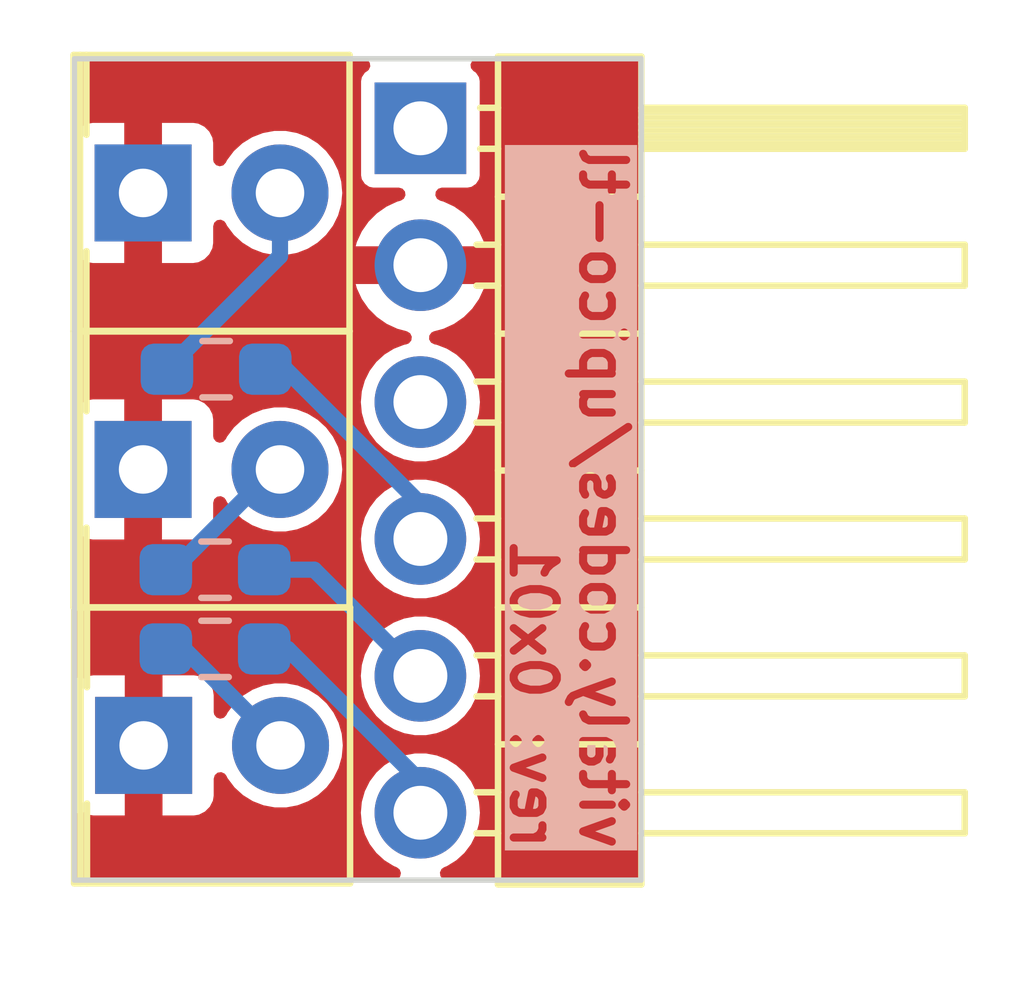
<source format=kicad_pcb>
(kicad_pcb (version 20221018) (generator pcbnew)
  (title_block (title "uPico Traffic Lights") (date "2023-10-15") (rev "0x01") (company "vitaly.codes"))
  (layers (0 "F.Cu" signal) (31 "B.Cu" signal) (34 "B.Paste" user) (35 "F.Paste" user) (36 "B.SilkS" user "B.Silkscreen") (37 "F.SilkS" user "F.Silkscreen") (38 "B.Mask" user) (39 "F.Mask" user) (44 "Edge.Cuts" user))
  (net 0 "")
  (net 1 "GND")
  (net 2 "Net-(D1-A)")
  (net 3 "Net-(D2-A)")
  (net 4 "Net-(D3-A)")
  (net 5 "+3.3V")
  (net 6 "Net-(J1-Pin_4)")
  (net 7 "Net-(J1-Pin_5)")
  (net 8 "Net-(J1-Pin_6)")
  (footprint "LED_THT:LED_Rectangular_W5.0mm_H5.0mm" (layer "F.Cu") (at 56.665 92.83)
    (fp_text reference "D1" hide)
    (fp_text value "LED")
    (fp_line (start -1.29 -2.56) (end -1.29 2.56) (stroke (width 0.12)) (layer "F.SilkS"))
    (fp_line (start -1.29 -2.56) (end 3.83 -2.56) (stroke (width 0.12)) (layer "F.SilkS"))
    (fp_line (start -1.29 2.56) (end 3.83 2.56) (stroke (width 0.12)) (layer "F.SilkS"))
    (fp_line (start -1.17 -2.56) (end -1.17 2.56) (stroke (width 0.12)) (layer "F.SilkS"))
    (fp_line (start -1.051 -2.56) (end -1.051 -1.08) (stroke (width 0.12)) (layer "F.SilkS"))
    (fp_line (start -1.051 1.08) (end -1.051 2.56) (stroke (width 0.12)) (layer "F.SilkS"))
    (fp_line (start 3.83 -2.56) (end 3.83 2.56) (stroke (width 0.12)) (layer "F.SilkS"))
    (pad "1" thru_hole rect (at 0 0) (size 1.8 1.8) (drill 0.9) (layers "*.Cu" "*.Mask") (net 1 "GND"))
    (pad "2" thru_hole circle (at 2.54 0) (size 1.8 1.8) (drill 0.9) (layers "*.Cu" "*.Mask") (net 2 "Net-(D1-A)"))
  )
  (footprint "LED_THT:LED_Rectangular_W5.0mm_H5.0mm" (layer "F.Cu") (at 56.655 87.71)
    (fp_text reference "D2" hide)
    (fp_text value "LED")
    (fp_line (start -1.29 -2.56) (end -1.29 2.56) (stroke (width 0.12)) (layer "F.SilkS"))
    (fp_line (start -1.29 -2.56) (end 3.83 -2.56) (stroke (width 0.12)) (layer "F.SilkS"))
    (fp_line (start -1.29 2.56) (end 3.83 2.56) (stroke (width 0.12)) (layer "F.SilkS"))
    (fp_line (start -1.17 -2.56) (end -1.17 2.56) (stroke (width 0.12)) (layer "F.SilkS"))
    (fp_line (start -1.051 -2.56) (end -1.051 -1.08) (stroke (width 0.12)) (layer "F.SilkS"))
    (fp_line (start -1.051 1.08) (end -1.051 2.56) (stroke (width 0.12)) (layer "F.SilkS"))
    (fp_line (start 3.83 -2.56) (end 3.83 2.56) (stroke (width 0.12)) (layer "F.SilkS"))
    (pad "1" thru_hole rect (at 0 0) (size 1.8 1.8) (drill 0.9) (layers "*.Cu" "*.Mask") (net 1 "GND"))
    (pad "2" thru_hole circle (at 2.54 0) (size 1.8 1.8) (drill 0.9) (layers "*.Cu" "*.Mask") (net 3 "Net-(D2-A)"))
  )
  (footprint "Connector_PinHeader_2.54mm:PinHeader_1x06_P2.54mm_Horizontal" (layer "F.Cu") (at 61.8 81.38)
    (fp_text reference "J1" hide)
    (fp_text value "uPMOD")
    (fp_line (start 1.042929 2.16) (end 1.44 2.16) (stroke (width 0.12)) (layer "F.SilkS"))
    (fp_line (start 1.042929 2.92) (end 1.44 2.92) (stroke (width 0.12)) (layer "F.SilkS"))
    (fp_line (start 1.042929 4.7) (end 1.44 4.7) (stroke (width 0.12)) (layer "F.SilkS"))
    (fp_line (start 1.042929 5.46) (end 1.44 5.46) (stroke (width 0.12)) (layer "F.SilkS"))
    (fp_line (start 1.042929 7.24) (end 1.44 7.24) (stroke (width 0.12)) (layer "F.SilkS"))
    (fp_line (start 1.042929 8) (end 1.44 8) (stroke (width 0.12)) (layer "F.SilkS"))
    (fp_line (start 1.042929 9.78) (end 1.44 9.78) (stroke (width 0.12)) (layer "F.SilkS"))
    (fp_line (start 1.042929 10.54) (end 1.44 10.54) (stroke (width 0.12)) (layer "F.SilkS"))
    (fp_line (start 1.042929 12.32) (end 1.44 12.32) (stroke (width 0.12)) (layer "F.SilkS"))
    (fp_line (start 1.042929 13.08) (end 1.44 13.08) (stroke (width 0.12)) (layer "F.SilkS"))
    (fp_line (start 1.11 -0.38) (end 1.44 -0.38) (stroke (width 0.12)) (layer "F.SilkS"))
    (fp_line (start 1.11 0.38) (end 1.44 0.38) (stroke (width 0.12)) (layer "F.SilkS"))
    (fp_line (start 1.44 -1.33) (end 1.44 14.03) (stroke (width 0.12)) (layer "F.SilkS"))
    (fp_line (start 1.44 1.27) (end 4.1 1.27) (stroke (width 0.12)) (layer "F.SilkS"))
    (fp_line (start 1.44 3.81) (end 4.1 3.81) (stroke (width 0.12)) (layer "F.SilkS"))
    (fp_line (start 1.44 6.35) (end 4.1 6.35) (stroke (width 0.12)) (layer "F.SilkS"))
    (fp_line (start 1.44 8.89) (end 4.1 8.89) (stroke (width 0.12)) (layer "F.SilkS"))
    (fp_line (start 1.44 11.43) (end 4.1 11.43) (stroke (width 0.12)) (layer "F.SilkS"))
    (fp_line (start 1.44 14.03) (end 4.1 14.03) (stroke (width 0.12)) (layer "F.SilkS"))
    (fp_line (start 4.1 -1.33) (end 1.44 -1.33) (stroke (width 0.12)) (layer "F.SilkS"))
    (fp_line (start 4.1 -0.38) (end 10.1 -0.38) (stroke (width 0.12)) (layer "F.SilkS"))
    (fp_line (start 4.1 -0.32) (end 10.1 -0.32) (stroke (width 0.12)) (layer "F.SilkS"))
    (fp_line (start 4.1 -0.2) (end 10.1 -0.2) (stroke (width 0.12)) (layer "F.SilkS"))
    (fp_line (start 4.1 -0.08) (end 10.1 -0.08) (stroke (width 0.12)) (layer "F.SilkS"))
    (fp_line (start 4.1 0.04) (end 10.1 0.04) (stroke (width 0.12)) (layer "F.SilkS"))
    (fp_line (start 4.1 0.16) (end 10.1 0.16) (stroke (width 0.12)) (layer "F.SilkS"))
    (fp_line (start 4.1 0.28) (end 10.1 0.28) (stroke (width 0.12)) (layer "F.SilkS"))
    (fp_line (start 4.1 2.16) (end 10.1 2.16) (stroke (width 0.12)) (layer "F.SilkS"))
    (fp_line (start 4.1 4.7) (end 10.1 4.7) (stroke (width 0.12)) (layer "F.SilkS"))
    (fp_line (start 4.1 7.24) (end 10.1 7.24) (stroke (width 0.12)) (layer "F.SilkS"))
    (fp_line (start 4.1 9.78) (end 10.1 9.78) (stroke (width 0.12)) (layer "F.SilkS"))
    (fp_line (start 4.1 12.32) (end 10.1 12.32) (stroke (width 0.12)) (layer "F.SilkS"))
    (fp_line (start 4.1 14.03) (end 4.1 -1.33) (stroke (width 0.12)) (layer "F.SilkS"))
    (fp_line (start 10.1 -0.38) (end 10.1 0.38) (stroke (width 0.12)) (layer "F.SilkS"))
    (fp_line (start 10.1 0.38) (end 4.1 0.38) (stroke (width 0.12)) (layer "F.SilkS"))
    (fp_line (start 10.1 2.16) (end 10.1 2.92) (stroke (width 0.12)) (layer "F.SilkS"))
    (fp_line (start 10.1 2.92) (end 4.1 2.92) (stroke (width 0.12)) (layer "F.SilkS"))
    (fp_line (start 10.1 4.7) (end 10.1 5.46) (stroke (width 0.12)) (layer "F.SilkS"))
    (fp_line (start 10.1 5.46) (end 4.1 5.46) (stroke (width 0.12)) (layer "F.SilkS"))
    (fp_line (start 10.1 7.24) (end 10.1 8) (stroke (width 0.12)) (layer "F.SilkS"))
    (fp_line (start 10.1 8) (end 4.1 8) (stroke (width 0.12)) (layer "F.SilkS"))
    (fp_line (start 10.1 9.78) (end 10.1 10.54) (stroke (width 0.12)) (layer "F.SilkS"))
    (fp_line (start 10.1 10.54) (end 4.1 10.54) (stroke (width 0.12)) (layer "F.SilkS"))
    (fp_line (start 10.1 12.32) (end 10.1 13.08) (stroke (width 0.12)) (layer "F.SilkS"))
    (fp_line (start 10.1 13.08) (end 4.1 13.08) (stroke (width 0.12)) (layer "F.SilkS"))
    (pad "1" thru_hole rect (at 0 0) (size 1.7 1.7) (drill 1) (layers "*.Cu" "*.Mask") (net 5 "+3.3V"))
    (pad "2" thru_hole oval (at 0 2.54) (size 1.7 1.7) (drill 1) (layers "*.Cu" "*.Mask") (net 1 "GND"))
    (pad "3" thru_hole oval (at 0 5.08) (size 1.7 1.7) (drill 1) (layers "*.Cu" "*.Mask"))
    (pad "4" thru_hole oval (at 0 7.62) (size 1.7 1.7) (drill 1) (layers "*.Cu" "*.Mask") (net 6 "Net-(J1-Pin_4)"))
    (pad "5" thru_hole oval (at 0 10.16) (size 1.7 1.7) (drill 1) (layers "*.Cu" "*.Mask") (net 7 "Net-(J1-Pin_5)"))
    (pad "6" thru_hole oval (at 0 12.7) (size 1.7 1.7) (drill 1) (layers "*.Cu" "*.Mask") (net 8 "Net-(J1-Pin_6)"))
  )
  (footprint "LED_THT:LED_Rectangular_W5.0mm_H5.0mm" (layer "F.Cu") (at 56.655 82.58)
    (fp_text reference "D3" hide)
    (fp_text value "LED")
    (fp_line (start -1.29 -2.56) (end -1.29 2.56) (stroke (width 0.12)) (layer "F.SilkS"))
    (fp_line (start -1.29 -2.56) (end 3.83 -2.56) (stroke (width 0.12)) (layer "F.SilkS"))
    (fp_line (start -1.29 2.56) (end 3.83 2.56) (stroke (width 0.12)) (layer "F.SilkS"))
    (fp_line (start -1.17 -2.56) (end -1.17 2.56) (stroke (width 0.12)) (layer "F.SilkS"))
    (fp_line (start -1.051 -2.56) (end -1.051 -1.08) (stroke (width 0.12)) (layer "F.SilkS"))
    (fp_line (start -1.051 1.08) (end -1.051 2.56) (stroke (width 0.12)) (layer "F.SilkS"))
    (fp_line (start 3.83 -2.56) (end 3.83 2.56) (stroke (width 0.12)) (layer "F.SilkS"))
    (pad "1" thru_hole rect (at 0 0) (size 1.8 1.8) (drill 0.9) (layers "*.Cu" "*.Mask") (net 1 "GND"))
    (pad "2" thru_hole circle (at 2.54 0) (size 1.8 1.8) (drill 0.9) (layers "*.Cu" "*.Mask") (net 4 "Net-(D3-A)"))
  )
  (footprint "Resistor_SMD:R_0603_1608Metric_Pad0.98x0.95mm_HandSolder" (layer "B.Cu") (at 57.99 91.04)
    (fp_text reference "R1" hide)
    (fp_text value "470R")
    (fp_line (start -0.254724 -0.5225) (end 0.254724 -0.5225) (stroke (width 0.12)) (layer "B.SilkS"))
    (fp_line (start -0.254724 0.5225) (end 0.254724 0.5225) (stroke (width 0.12)) (layer "B.SilkS"))
    (pad "1" smd roundrect (at -0.9125 0) (size 0.975 0.95) (layers "B.Cu" "B.Paste" "B.Mask") (net 2 "Net-(D1-A)"))
    (pad "2" smd roundrect (at 0.9125 0) (size 0.975 0.95) (layers "B.Cu" "B.Paste" "B.Mask") (net 8 "Net-(J1-Pin_6)"))
  )
  (footprint "Resistor_SMD:R_0603_1608Metric_Pad0.98x0.95mm_HandSolder" (layer "B.Cu") (at 58.01 85.85)
    (fp_text reference "R3" hide)
    (fp_text value "470R")
    (fp_line (start -0.254724 -0.5225) (end 0.254724 -0.5225) (stroke (width 0.12)) (layer "B.SilkS"))
    (fp_line (start -0.254724 0.5225) (end 0.254724 0.5225) (stroke (width 0.12)) (layer "B.SilkS"))
    (pad "1" smd roundrect (at -0.9125 0) (size 0.975 0.95) (layers "B.Cu" "B.Paste" "B.Mask") (net 4 "Net-(D3-A)"))
    (pad "2" smd roundrect (at 0.9125 0) (size 0.975 0.95) (layers "B.Cu" "B.Paste" "B.Mask") (net 6 "Net-(J1-Pin_4)"))
  )
  (footprint "Resistor_SMD:R_0603_1608Metric_Pad0.98x0.95mm_HandSolder" (layer "B.Cu") (at 57.99 89.57)
    (fp_text reference "R2" hide)
    (fp_text value "470R")
    (fp_line (start -0.254724 -0.5225) (end 0.254724 -0.5225) (stroke (width 0.12)) (layer "B.SilkS"))
    (fp_line (start -0.254724 0.5225) (end 0.254724 0.5225) (stroke (width 0.12)) (layer "B.SilkS"))
    (pad "1" smd roundrect (at -0.9125 0) (size 0.975 0.95) (layers "B.Cu" "B.Paste" "B.Mask") (net 3 "Net-(D2-A)"))
    (pad "2" smd roundrect (at 0.9125 0) (size 0.975 0.95) (layers "B.Cu" "B.Paste" "B.Mask") (net 7 "Net-(J1-Pin_5)"))
  )
  (gr_rect (start 55.38 80.09) (end 65.9 95.33) (stroke (width 0.1)) (fill none) (layer "Edge.Cuts"))
  (gr_text "  vitaly.codes/upico-tl    \n  rev: 0x01" (at 63.425166 96.047772 270) (layer "B.SilkS" knockout) (effects (font (size 0.8 0.8) (thickness 0.15) bold) (justify left bottom mirror)))
  (segment (start 56.655 92.87) (end 56.665 92.88) (width 0.5) (layer "F.Cu") (net 1))
  (segment (start 57.0775 91.04) (end 57.415 91.04) (width 0.3) (layer "B.Cu") (net 2))
  (segment (start 57.415 91.04) (end 59.205 92.83) (width 0.3) (layer "B.Cu") (net 2))
  (segment (start 59.08 87.71) (end 59.195 87.71) (width 0.3) (layer "B.Cu") (net 3))
  (segment (start 57.0775 89.57) (end 57.22 89.57) (width 0.3) (layer "B.Cu") (net 3))
  (segment (start 57.22 89.57) (end 59.08 87.71) (width 0.3) (layer "B.Cu") (net 3))
  (segment (start 59.195 83.7525) (end 59.195 82.53) (width 0.3) (layer "B.Cu") (net 4))
  (segment (start 57.0975 85.85) (end 59.195 83.7525) (width 0.3) (layer "B.Cu") (net 4))
  (segment (start 61.8 89) (end 61.8 88.35) (width 0.3) (layer "B.Cu") (net 6))
  (segment (start 59.3 85.85) (end 58.9225 85.85) (width 0.3) (layer "B.Cu") (net 6))
  (segment (start 61.8 88.35) (end 59.3 85.85) (width 0.3) (layer "B.Cu") (net 6))
  (segment (start 61.8 91.54) (end 59.83 89.57) (width 0.3) (layer "B.Cu") (net 7))
  (segment (start 59.83 89.57) (end 58.9025 89.57) (width 0.3) (layer "B.Cu") (net 7))
  (segment (start 61.8 94.08) (end 61.8 93.5) (width 0.3) (layer "B.Cu") (net 8))
  (segment (start 59.34 91.04) (end 58.9025 91.04) (width 0.3) (layer "B.Cu") (net 8))
  (segment (start 61.8 93.5) (end 59.34 91.04) (width 0.3) (layer "B.Cu") (net 8))
  (zone (net 1) (net_name "GND") (layer "F.Cu") (connect_pads (clearance 0.25)) (min_thickness 0.25) (fill yes (thermal_gap 0.4) (thermal_bridge_width 0.7))
    (polygon (pts (xy 54 79) (xy 73 79) (xy 73 97) (xy 54 97)))
  )
)
</source>
